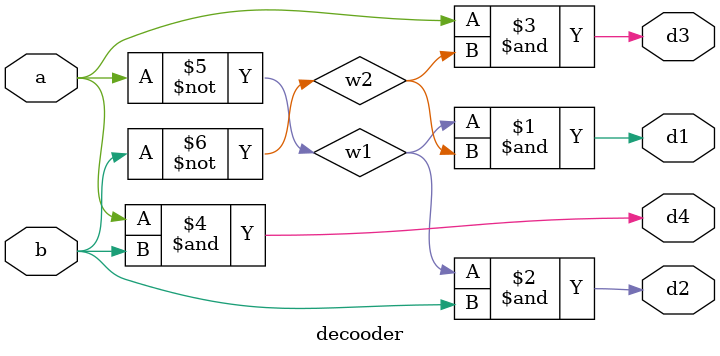
<source format=v>
module decooder(d1,d2,d3,d4,a,b);
output d1,d2,d3,d4;
input a,b;
wire w1,w2;
not g1(w1,a);
not g2(w2,b);
and g3(d1,w1,w2);
and g4(d2,w1,b);
and g5(d3,a,w2);
and g6(d4,a,b);
endmodule

</source>
